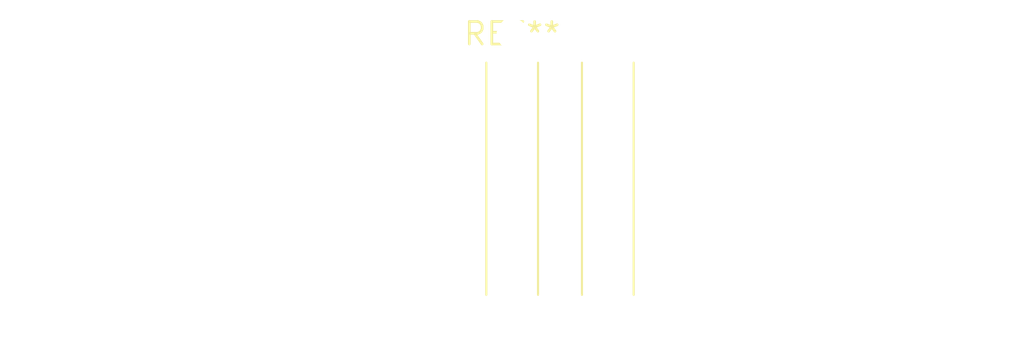
<source format=kicad_pcb>
(kicad_pcb (version 20240108) (generator pcbnew)
  (layers (0 "F.Cu" signal) (31 "B.Cu" signal) (34 "B.Paste" user) (35 "F.Paste" user) (36 "B.SilkS" user "B.Silkscreen") (37 "F.SilkS" user "F.Silkscreen") (38 "B.Mask" user) (39 "F.Mask" user) (44 "Edge.Cuts" user))
  (net 0 "")
  (footprint "SolderWire-1sqmm_1x02_P5.4mm_D1.4mm_OD2.7mm_Relief" (layer "F.Cu") (at 0 0)
    (property "Reference" "REF**")
    (property "Value" "SolderWire-1sqmm_1x02_P5.4mm_D1.4mm_OD2.7mm_Relief")
    (fp_line (start -1.46 1.635) (end -1.46 14.74) (layer "F.SilkS") (stroke (width 0.12)))
    (fp_line (start 1.46 1.635) (end 1.46 14.74) (layer "F.SilkS") (stroke (width 0.12)))
    (fp_line (start 3.94 1.635) (end 3.94 14.74) (layer "F.SilkS") (stroke (width 0.12)))
    (fp_line (start 6.86 1.635) (end 6.86 14.74) (layer "F.SilkS") (stroke (width 0.12)))
    (pad "" np_thru_hole circle (at 0 16.2) (size 3.2 3.2) (drill 3.2) (layers *.Cu *.Mask))
    (pad "" np_thru_hole circle (at 5.4 16.2) (size 3.2 3.2) (drill 3.2) (layers *.Cu *.Mask))
    (pad "1" thru_hole roundrect (at 0 0) (size 2.75 2.75) (drill 1.75) (layers *.Cu *.Mask) (remove_unused_layers) (roundrect_rratio 0.090909))
    (pad "2" thru_hole circle (at 5.4 0) (size 2.75 2.75) (drill 1.75) (layers *.Cu *.Mask) (remove_unused_layers))
  )
)
</source>
